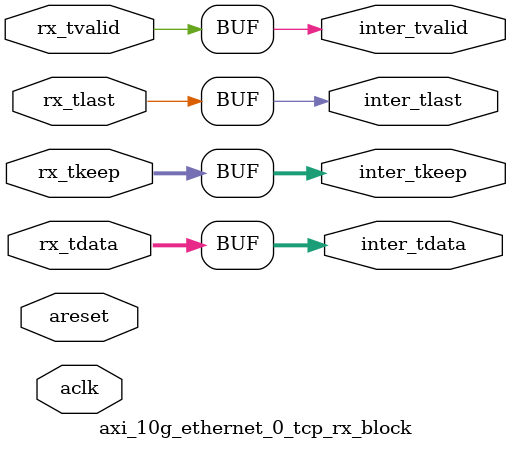
<source format=v>
`timescale 1ns / 1ps


module axi_10g_ethernet_0_tcp_rx_block(
    input                   aclk,
    input                   areset,

    input       [63:0]      rx_tdata,
    input       [7:0]       rx_tkeep,
    input                   rx_tvalid,
    input                   rx_tlast,

    output       [63:0]     inter_tdata,
    output       [7:0]      inter_tkeep,
    output                  inter_tvalid,
    output                  inter_tlast
    );

    assign inter_tdata = rx_tdata;
    assign inter_tkeep = rx_tkeep;
    assign inter_tvalid = rx_tvalid;
    assign inter_tlast = rx_tlast;


endmodule

</source>
